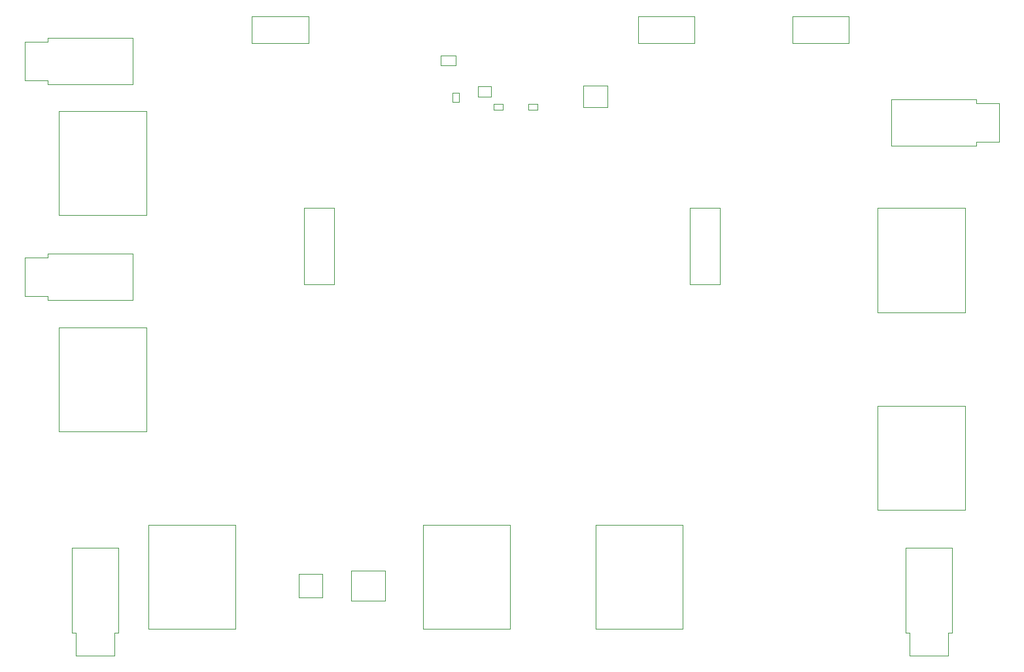
<source format=gbr>
%TF.GenerationSoftware,KiCad,Pcbnew,9.0.3*%
%TF.CreationDate,2025-08-06T15:24:12+02:00*%
%TF.ProjectId,Spikeling_v3.0,5370696b-656c-4696-9e67-5f76332e302e,rev?*%
%TF.SameCoordinates,Original*%
%TF.FileFunction,Other,User*%
%FSLAX46Y46*%
G04 Gerber Fmt 4.6, Leading zero omitted, Abs format (unit mm)*
G04 Created by KiCad (PCBNEW 9.0.3) date 2025-08-06 15:24:12*
%MOMM*%
%LPD*%
G01*
G04 APERTURE LIST*
%ADD10C,0.051000*%
G04 APERTURE END LIST*
D10*
%TO.C,VR2*%
X148470000Y-116150000D02*
X159770000Y-116150000D01*
X148470000Y-129627000D02*
X148470000Y-116150000D01*
X159770000Y-116150000D02*
X159770000Y-129627000D01*
X159770000Y-129627000D02*
X148470000Y-129627000D01*
%TO.C,U3*%
X133050000Y-75050000D02*
X136950000Y-75050000D01*
X133050000Y-84950000D02*
X133050000Y-75050000D01*
X136950000Y-75050000D02*
X136950000Y-84950000D01*
X136950000Y-84950000D02*
X133050000Y-84950000D01*
%TO.C,J4*%
X96900000Y-81500000D02*
X99900000Y-81500000D01*
X96900000Y-86500000D02*
X96900000Y-81500000D01*
X99900000Y-81000000D02*
X110900000Y-81000000D01*
X99900000Y-81500000D02*
X99900000Y-81000000D01*
X99900000Y-86500000D02*
X96900000Y-86500000D01*
X99900000Y-87000000D02*
X99900000Y-86500000D01*
X110900000Y-81000000D02*
X110900000Y-87000000D01*
X110900000Y-87000000D02*
X99900000Y-87000000D01*
%TO.C,J5*%
X211000000Y-119100000D02*
X217000000Y-119100000D01*
X211000000Y-130100000D02*
X211000000Y-119100000D01*
X211500000Y-130100000D02*
X211000000Y-130100000D01*
X211500000Y-133100000D02*
X211500000Y-130100000D01*
X216500000Y-130100000D02*
X216500000Y-133100000D01*
X216500000Y-133100000D02*
X211500000Y-133100000D01*
X217000000Y-119100000D02*
X217000000Y-130100000D01*
X217000000Y-130100000D02*
X216500000Y-130100000D01*
%TO.C,VR1*%
X112900000Y-116150000D02*
X124200000Y-116150000D01*
X112900000Y-129627000D02*
X112900000Y-116150000D01*
X124200000Y-116150000D02*
X124200000Y-129627000D01*
X124200000Y-129627000D02*
X112900000Y-129627000D01*
%TO.C,D7*%
X169200000Y-59275000D02*
X172400000Y-59275000D01*
X169200000Y-62075000D02*
X169200000Y-59275000D01*
X172400000Y-59275000D02*
X172400000Y-62075000D01*
X172400000Y-62075000D02*
X169200000Y-62075000D01*
%TO.C,VR5*%
X207350000Y-100750000D02*
X218650000Y-100750000D01*
X207350000Y-114227000D02*
X207350000Y-100750000D01*
X218650000Y-100750000D02*
X218650000Y-114227000D01*
X218650000Y-114227000D02*
X207350000Y-114227000D01*
%TO.C,U5*%
X132450000Y-122525000D02*
X135450000Y-122525000D01*
X132450000Y-125525000D02*
X132450000Y-122525000D01*
X135450000Y-122525000D02*
X135450000Y-125525000D01*
X135450000Y-125525000D02*
X132450000Y-125525000D01*
%TO.C,J6*%
X209100000Y-61000000D02*
X220100000Y-61000000D01*
X209100000Y-67000000D02*
X209100000Y-61000000D01*
X220100000Y-61000000D02*
X220100000Y-61500000D01*
X220100000Y-61500000D02*
X223100000Y-61500000D01*
X220100000Y-66500000D02*
X220100000Y-67000000D01*
X220100000Y-67000000D02*
X209100000Y-67000000D01*
X223100000Y-61500000D02*
X223100000Y-66500000D01*
X223100000Y-66500000D02*
X220100000Y-66500000D01*
%TO.C,J3*%
X96900000Y-53600000D02*
X99900000Y-53600000D01*
X96900000Y-58600000D02*
X96900000Y-53600000D01*
X99900000Y-53100000D02*
X110900000Y-53100000D01*
X99900000Y-53600000D02*
X99900000Y-53100000D01*
X99900000Y-58600000D02*
X96900000Y-58600000D01*
X99900000Y-59100000D02*
X99900000Y-58600000D01*
X110900000Y-53100000D02*
X110900000Y-59100000D01*
X110900000Y-59100000D02*
X99900000Y-59100000D01*
%TO.C,SW3*%
X176350000Y-50250000D02*
X183650000Y-50250000D01*
X176350000Y-53750000D02*
X176350000Y-50250000D01*
X183650000Y-50250000D02*
X183650000Y-53750000D01*
X183650000Y-53750000D02*
X176350000Y-53750000D01*
%TO.C,SW2*%
X126350000Y-50250000D02*
X133650000Y-50250000D01*
X126350000Y-53750000D02*
X126350000Y-50250000D01*
X133650000Y-50250000D02*
X133650000Y-53750000D01*
X133650000Y-53750000D02*
X126350000Y-53750000D01*
%TO.C,D2*%
X157650000Y-61600000D02*
X158850000Y-61600000D01*
X157650000Y-62400000D02*
X157650000Y-61600000D01*
X158850000Y-61600000D02*
X158850000Y-62400000D01*
X158850000Y-62400000D02*
X157650000Y-62400000D01*
%TO.C,D6*%
X139150000Y-122100000D02*
X143550000Y-122100000D01*
X139150000Y-125950000D02*
X139150000Y-122100000D01*
X143550000Y-122100000D02*
X143550000Y-125950000D01*
X143550000Y-125950000D02*
X139150000Y-125950000D01*
%TO.C,D4*%
X152325000Y-60150000D02*
X153125000Y-60150000D01*
X152325000Y-61350000D02*
X152325000Y-60150000D01*
X153125000Y-60150000D02*
X153125000Y-61350000D01*
X153125000Y-61350000D02*
X152325000Y-61350000D01*
%TO.C,VR6*%
X101350000Y-62550000D02*
X112650000Y-62550000D01*
X101350000Y-76027000D02*
X101350000Y-62550000D01*
X112650000Y-62550000D02*
X112650000Y-76027000D01*
X112650000Y-76027000D02*
X101350000Y-76027000D01*
%TO.C,L1*%
X150766000Y-55362500D02*
X152766000Y-55362500D01*
X150766000Y-56637500D02*
X150766000Y-55362500D01*
X152766000Y-55362500D02*
X152766000Y-56637500D01*
X152766000Y-56637500D02*
X150766000Y-56637500D01*
%TO.C,U4*%
X183050000Y-75050000D02*
X186950000Y-75050000D01*
X183050000Y-84950000D02*
X183050000Y-75050000D01*
X186950000Y-75050000D02*
X186950000Y-84950000D01*
X186950000Y-84950000D02*
X183050000Y-84950000D01*
%TO.C,VR3*%
X170850000Y-116150000D02*
X182150000Y-116150000D01*
X170850000Y-129627000D02*
X170850000Y-116150000D01*
X182150000Y-116150000D02*
X182150000Y-129627000D01*
X182150000Y-129627000D02*
X170850000Y-129627000D01*
%TO.C,SW4*%
X196350000Y-50250000D02*
X203650000Y-50250000D01*
X196350000Y-53750000D02*
X196350000Y-50250000D01*
X203650000Y-50250000D02*
X203650000Y-53750000D01*
X203650000Y-53750000D02*
X196350000Y-53750000D01*
%TO.C,D1*%
X155600000Y-59350000D02*
X157300000Y-59350000D01*
X155600000Y-60650000D02*
X155600000Y-59350000D01*
X157300000Y-59350000D02*
X157300000Y-60650000D01*
X157300000Y-60650000D02*
X155600000Y-60650000D01*
%TO.C,D3*%
X162150000Y-61600000D02*
X163350000Y-61600000D01*
X162150000Y-62400000D02*
X162150000Y-61600000D01*
X163350000Y-61600000D02*
X163350000Y-62400000D01*
X163350000Y-62400000D02*
X162150000Y-62400000D01*
%TO.C,J2*%
X103000000Y-119100000D02*
X109000000Y-119100000D01*
X103000000Y-130100000D02*
X103000000Y-119100000D01*
X103500000Y-130100000D02*
X103000000Y-130100000D01*
X103500000Y-133100000D02*
X103500000Y-130100000D01*
X108500000Y-130100000D02*
X108500000Y-133100000D01*
X108500000Y-133100000D02*
X103500000Y-133100000D01*
X109000000Y-119100000D02*
X109000000Y-130100000D01*
X109000000Y-130100000D02*
X108500000Y-130100000D01*
%TO.C,VR7*%
X101350000Y-90550000D02*
X112650000Y-90550000D01*
X101350000Y-104027000D02*
X101350000Y-90550000D01*
X112650000Y-90550000D02*
X112650000Y-104027000D01*
X112650000Y-104027000D02*
X101350000Y-104027000D01*
%TO.C,VR4*%
X207350000Y-75122000D02*
X218650000Y-75122000D01*
X207350000Y-88599000D02*
X207350000Y-75122000D01*
X218650000Y-75122000D02*
X218650000Y-88599000D01*
X218650000Y-88599000D02*
X207350000Y-88599000D01*
%TD*%
M02*

</source>
